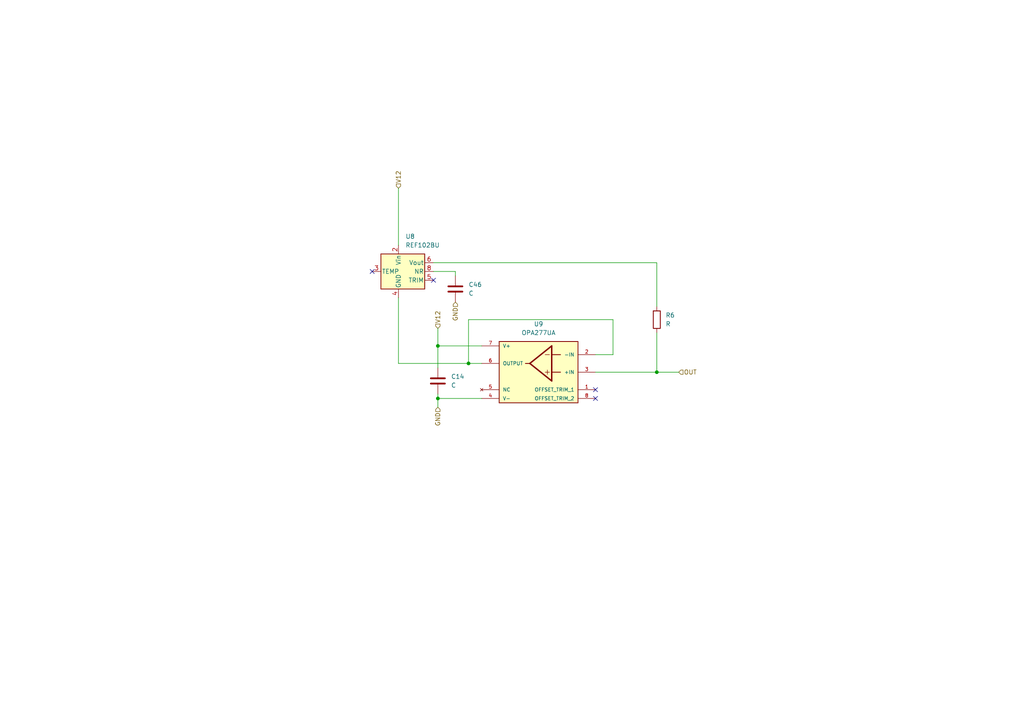
<source format=kicad_sch>
(kicad_sch (version 20211123) (generator eeschema)
  (paper "A4")
  (lib_symbols
    (symbol "Device:C" (pin_numbers hide) (pin_names (offset 0.254))
      (property "Reference" "C" (at 0.635 2.54 0))
      (property "Value" "C" (at 0.635 -2.54 0))
      (symbol "C_0_1"
        (polyline (pts (xy -2.032 -0.762) (xy 2.032 -0.762)) (stroke (width 0.508)))
        (polyline (pts (xy -2.032 0.762) (xy 2.032 0.762)) (stroke (width 0.508)))
      )
      (symbol "C_1_1"
        (pin passive line (at 0 3.81 270) (length 2.794) (name "~") (number "1"))
        (pin passive line (at 0 -3.81 90) (length 2.794) (name "~") (number "2"))
      )
    )
    (symbol "Device:R" (pin_numbers hide) (pin_names (offset 0))
      (property "Reference" "R" (at 2.032 0 90))
      (property "Value" "R" (at 0 0 90))
      (symbol "R_0_1"
        (rectangle (start -1.016 -2.54) (end 1.016 2.54) (stroke (width 0.254)))
      )
      (symbol "R_1_1"
        (pin passive line (at 0 3.81 270) (length 1.27) (name "~") (number "1"))
        (pin passive line (at 0 -3.81 90) (length 1.27) (name "~") (number "2"))
      )
    )
    (symbol "OPAx277:OPA277UA" (pin_names (offset 1.016))
      (property "Reference" "U" (at -10.16 13.97 0))
      (property "Value" "OPA277UA" (at -10.16 -6.35 0))
      (symbol "OPA277UA_0_0"
        (rectangle (start -10.16 13.97) (end 12.7 -3.81) (stroke (width 0.254)) (fill (type background)))
        (polyline (pts (xy -5.08 5.08) (xy -2.54 5.08)) (stroke (width 0.254)))
        (polyline (pts (xy -5.08 10.16) (xy -2.54 10.16)) (stroke (width 0.254)))
        (polyline (pts (xy -2.54 2.54) (xy 3.81 7.62)) (stroke (width 0.4064)))
        (polyline (pts (xy -2.54 5.08) (xy -2.54 2.54)) (stroke (width 0.4064)))
        (polyline (pts (xy -2.54 10.16) (xy -2.54 5.08)) (stroke (width 0.4064)))
        (polyline (pts (xy -2.54 12.7) (xy -2.54 10.16)) (stroke (width 0.4064)))
        (polyline (pts (xy -1.905 5.08) (xy -0.635 5.08)) (stroke (width 0.1524)))
        (polyline (pts (xy -1.905 10.16) (xy -0.635 10.16)) (stroke (width 0.1524)))
        (polyline (pts (xy -1.27 5.715) (xy -1.27 4.445)) (stroke (width 0.1524)))
        (polyline (pts (xy 3.81 7.62) (xy -2.54 12.7)) (stroke (width 0.4064)))
        (polyline (pts (xy 3.81 7.62) (xy 5.08 7.62)) (stroke (width 0.254)))
        (pin input line (at -15.24 0 0) (length 5.08) (name "OFFSET_TRIM_1") (number "1"))
        (pin input line (at -15.24 10.16 0) (length 5.08) (name "-IN") (number "2"))
        (pin input line (at -15.24 5.08 0) (length 5.08) (name "+IN") (number "3"))
        (pin power_in line (at 17.78 -2.54 180) (length 5.08) (name "V-") (number "4"))
        (pin no_connect line (at 17.78 0 180) (length 5.08) (name "NC") (number "5"))
        (pin output line (at 17.78 7.62 180) (length 5.08) (name "OUTPUT") (number "6"))
        (pin power_in line (at 17.78 12.7 180) (length 5.08) (name "V+") (number "7"))
        (pin input line (at -15.24 -2.54 0) (length 5.08) (name "OFFSET_TRIM_2") (number "8"))
      )
    )
    (symbol "Reference_Voltage:REF102BU" (pin_names (offset 0.254))
      (property "Reference" "U" (at 0 8.255 0))
      (property "Value" "REF102BU" (at 3.175 6.35 0))
      (symbol "REF102BU_0_1"
        (rectangle (start -7.62 5.08) (end 5.08 -5.08) (stroke (width 0.254)) (fill (type background)))
      )
      (symbol "REF102BU_1_1"
        (pin no_connect line (at -5.08 -5.08 90) (length 2.54) hide (name "NC") (number "1"))
        (pin power_in line (at -2.54 7.62 270) (length 2.54) (name "Vin") (number "2"))
        (pin passive line (at -10.16 0 0) (length 2.54) (name "TEMP") (number "3"))
        (pin power_in line (at -2.54 -7.62 90) (length 2.54) (name "GND") (number "4"))
        (pin passive line (at 7.62 -2.54 180) (length 2.54) (name "TRIM") (number "5"))
        (pin power_out line (at 7.62 2.54 180) (length 2.54) (name "Vout") (number "6"))
        (pin no_connect line (at 0 -5.08 90) (length 2.54) hide (name "NC") (number "7"))
        (pin passive line (at 7.62 0 180) (length 2.54) (name "NR") (number "8"))
      )
    )
  )
  (junction (at 127 100.33))
  (junction (at 135.89 105.41))
  (junction (at 190.5 107.95))
  (junction (at 127 115.57))
  (no_connect (at 125.73 81.28))
  (no_connect (at 107.95 78.74))
  (no_connect (at 172.72 113.03))
  (no_connect (at 172.72 115.57))
  (wire (pts (xy 139.7 105.41) (xy 135.89 105.41)))
  (wire (pts (xy 125.73 78.74) (xy 132.08 78.74)))
  (wire (pts (xy 127 115.57) (xy 127 118.11)))
  (wire (pts (xy 135.89 105.41) (xy 135.89 92.71)))
  (wire (pts (xy 190.5 88.9) (xy 190.5 76.2)))
  (wire (pts (xy 190.5 107.95) (xy 196.85 107.95)))
  (wire (pts (xy 115.57 86.36) (xy 115.57 105.41)))
  (wire (pts (xy 177.8 92.71) (xy 177.8 102.87)))
  (wire (pts (xy 190.5 107.95) (xy 190.5 96.52)))
  (wire (pts (xy 115.57 105.41) (xy 135.89 105.41)))
  (wire (pts (xy 127 100.33) (xy 127 106.68)))
  (wire (pts (xy 135.89 92.71) (xy 177.8 92.71)))
  (wire (pts (xy 172.72 107.95) (xy 190.5 107.95)))
  (wire (pts (xy 139.7 115.57) (xy 127 115.57)))
  (wire (pts (xy 127 100.33) (xy 139.7 100.33)))
  (wire (pts (xy 115.57 54.61) (xy 115.57 71.12)))
  (wire (pts (xy 177.8 102.87) (xy 172.72 102.87)))
  (wire (pts (xy 127 114.3) (xy 127 115.57)))
  (wire (pts (xy 190.5 76.2) (xy 125.73 76.2)))
  (wire (pts (xy 132.08 78.74) (xy 132.08 80.01)))
  (wire (pts (xy 127 95.25) (xy 127 100.33)))
  (hierarchical_label "OUT" (shape input) (at 196.85 107.95 0))
  (hierarchical_label "GND" (shape input) (at 132.08 87.63 270))
  (hierarchical_label "GND" (shape input) (at 127 118.11 270))
  (hierarchical_label "V12" (shape input) (at 127 95.25 90))
  (hierarchical_label "V12" (shape input) (at 115.57 54.61 90))
  (symbol (lib_id "Device:C") (at 132.08 83.82 0) (unit 1)
    (property "Reference" "C46" (at 135.89 82.5499 0) (effects (justify left)))
    (property "Value" "C" (at 135.89 85.0899 0) (effects (justify left)))
    (property "Footprint" "Capacitor_SMD:C_0603_1608Metric" (effects hide))
  )
  (symbol (lib_id "Device:C") (at 127 110.49 0) (unit 1)
    (property "Reference" "C14" (at 130.81 109.2199 0) (effects (justify left)))
    (property "Value" "C" (at 130.81 111.7599 0) (effects (justify left)))
    (property "Footprint" "Capacitor_SMD:C_0603_1608Metric" (effects hide))
  )
  (symbol (lib_id "Device:R") (at 190.5 92.71 0) (unit 1)
    (property "Reference" "R6" (at 193.04 91.4399 0) (effects (justify left)))
    (property "Value" "R" (at 193.04 93.9799 0) (effects (justify left)))
    (property "Footprint" "Resistor_SMD:R_0603_1608Metric" (effects hide))
  )
  (symbol (lib_id "Reference_Voltage:REF102BU") (at 118.11 78.74 0) (unit 1)
    (property "Reference" "U8" (at 117.5894 68.58 0) (effects (justify left)))
    (property "Value" "REF102BU" (at 117.5894 71.12 0) (effects (justify left)))
    (property "Footprint" "Package_SO:SOIC-8_3.9x4.9mm_P1.27mm" (effects hide))
    (property "Datasheet" "http://www.ti.com/lit/ds/symlink/ref02.pdf" (effects hide))
  )
  (symbol (lib_id "OPAx277:OPA277UA") (at 157.48 113.03 0) (mirror y) (unit 1)
    (property "Reference" "U9" (at 156.21 93.98 0))
    (property "Value" "OPA277UA" (at 156.21 96.52 0))
    (property "Footprint" "Package_SO:SOIC-8_3.9x4.9mm_P1.27mm" (effects hide))
    (property "PARTREV" "02/2019" (effects hide))
    (property "MAXIMUM_PACKAGE_HEIGHT" "1.75 mm" (effects hide))
    (property "STANDARD" "IPC 7351B" (effects hide))
    (property "MANUFACTURER" "Texas Instruments" (effects hide))
  )
)
</source>
